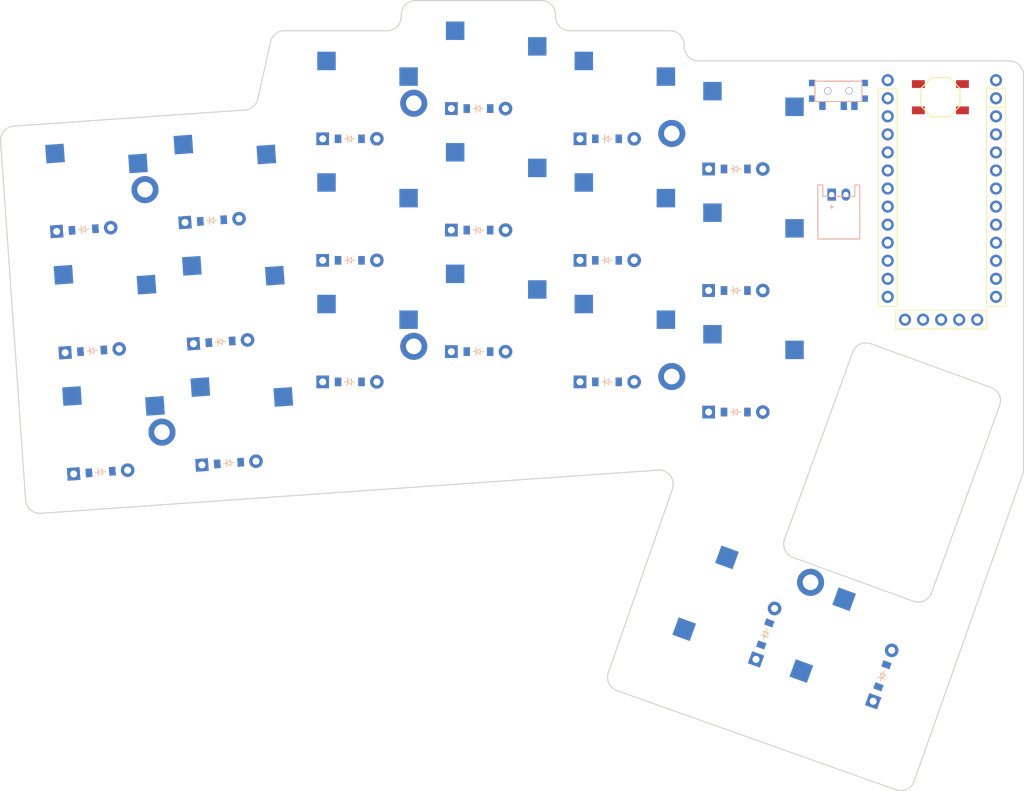
<source format=kicad_pcb>
(kicad_pcb (version 20240108) (generator "pcbnew") (generator_version "8.0")
  (title_block (title "board") (rev "v1.0.0") (company "Unknown"))
  (layers (0 "F.Cu" signal) (31 "B.Cu" signal) (34 "B.Paste" user) (35 "F.Paste" user) (36 "B.SilkS" user "B.Silkscreen") (37 "F.SilkS" user "F.Silkscreen") (38 "B.Mask" user) (39 "F.Mask" user) (44 "Edge.Cuts" user))
  (net 0 "")
  (net 1 "P106")
  (net 2 "outer_bottom")
  (net 3 "outer_home")
  (net 4 "outer_top")
  (net 5 "P104")
  (net 6 "pinky_bottom")
  (net 7 "pinky_home")
  (net 8 "pinky_top")
  (net 9 "P011")
  (net 10 "ring_bottom")
  (net 11 "ring_home")
  (net 12 "ring_top")
  (net 13 "P100")
  (net 14 "middle_bottom")
  (net 15 "middle_home")
  (net 16 "middle_top")
  (net 17 "P024")
  (net 18 "index_bottom")
  (net 19 "index_home")
  (net 20 "index_top")
  (net 21 "P022")
  (net 22 "inner_bottom")
  (net 23 "inner_home")
  (net 24 "inner_top")
  (net 25 "home_cluster")
  (net 26 "outer_cluster")
  (net 27 "P111")
  (net 28 "P010")
  (net 29 "P009")
  (net 30 "P113")
  (net 31 "P006")
  (net 32 "P008")
  (net 33 "P017")
  (net 34 "P020")
  (net 35 "P031")
  (net 36 "P029")
  (net 37 "P002")
  (net 38 "P115")
  (net 39 "BPOS")
  (net 40 "BNEG")
  (net 41 "RAW")
  (net 42 "GND")
  (net 43 "RST")
  (net 44 "VCC")
  (net 45 "BAT+")
  (footprint "E73:SPDT_C128955" (layer "F.Cu") (at 104.150303 -48.650338)
    (property "Reference" "T1" (hide yes))
    (property "Value" "" (hide yes))
    (pad "" smd rect (at -3.7 -1.1) (size 0.9 0.9) (layers "B.Cu" "B.Paste" "B.Mask"))
    (pad "" smd rect (at -3.7 1.1) (size 0.9 0.9) (layers "B.Cu" "B.Paste" "B.Mask"))
    (pad "" np_thru_hole circle (at -1.5 0) (size 1 1) (drill 0.9) (layers "*.Cu" "*.Mask"))
    (pad "" np_thru_hole circle (at 1.5 0) (size 1 1) (drill 0.9) (layers "*.Cu" "*.Mask"))
    (pad "" smd rect (at 3.7 -1.1) (size 0.9 0.9) (layers "B.Cu" "B.Paste" "B.Mask"))
    (pad "" smd rect (at 3.7 1.1) (size 0.9 0.9) (layers "B.Cu" "B.Paste" "B.Mask"))
    (pad "1" smd rect (at -2.25 2.075) (size 0.9 1.25) (layers "B.Cu" "B.Paste" "B.Mask") (net 45 "BAT+"))
    (pad "2" smd rect (at 0.75 2.075) (size 0.9 1.25) (layers "B.Cu" "B.Paste" "B.Mask") (net 41 "RAW"))
    (pad "3" smd rect (at 2.25 2.075) (size 0.9 1.25) (layers "B.Cu" "B.Paste" "B.Mask"))
  )
  (footprint "E73:SW_TACT_ALPS_SKQGABE010" (layer "F.Cu") (at 118.500303 -47.750338)
    (property "Reference" "B1" (hide yes))
    (property "Value" "" (hide yes))
    (pad "1" smd rect (at -3.1 -1.85) (size 1.8 1.1) (layers "F.Cu" "F.Paste" "F.Mask") (net 42 "GND"))
    (pad "1" smd rect (at 3.1 -1.85) (size 1.8 1.1) (layers "F.Cu" "F.Paste" "F.Mask") (net 42 "GND"))
    (pad "2" smd rect (at -3.1 1.85) (size 1.8 1.1) (layers "F.Cu" "F.Paste" "F.Mask") (net 43 "RST"))
    (pad "2" smd rect (at 3.1 1.85) (size 1.8 1.1) (layers "F.Cu" "F.Paste" "F.Mask") (net 43 "RST"))
  )
  (footprint "ComboDiode" (layer "F.Cu") (at 89.700303 -37.650338)
    (property "Reference" "D18" (hide yes))
    (property "Value" "" (hide yes))
    (pad "1" thru_hole rect (at -3.81 0) (size 1.778 1.778) (drill 0.9906) (layers "*.Cu" "*.Mask") (net 29 "P009"))
    (pad "1" smd rect (at -1.65 0) (size 0.9 1.2) (layers "F.Cu" "F.Paste" "F.Mask") (net 29 "P009"))
    (pad "1" smd rect (at -1.65 0) (size 0.9 1.2) (layers "B.Cu" "B.Paste" "B.Mask") (net 29 "P009"))
    (pad "2" smd rect (at 1.65 0) (size 0.9 1.2) (layers "F.Cu" "F.Paste" "F.Mask") (net 24 "inner_top"))
    (pad "2" smd rect (at 1.65 0) (size 0.9 1.2) (layers "B.Cu" "B.Paste" "B.Mask") (net 24 "inner_top"))
    (pad "2" thru_hole circle (at 3.81 0) (size 1.905 1.905) (drill 0.9906) (layers "*.Cu" "*.Mask") (net 24 "inner_top"))
  )
  (footprint "ComboDiode" (layer "F.Cu") (at 0.348782 4.98782 4)
    (property "Reference" "D1" (hide yes))
    (property "Value" "" (hide yes))
    (pad "1" thru_hole rect (at -3.81 0 4) (size 1.778 1.778) (drill 0.9906) (layers "*.Cu" "*.Mask") (net 27 "P111"))
    (pad "1" smd rect (at -1.65 0 4) (size 0.9 1.2) (layers "F.Cu" "F.Paste" "F.Mask") (net 27 "P111"))
    (pad "1" smd rect (at -1.65 0 4) (size 0.9 1.2) (layers "B.Cu" "B.Paste" "B.Mask") (net 27 "P111"))
    (pad "2" smd rect (at 1.65 0 4) (size 0.9 1.2) (layers "F.Cu" "F.Paste" "F.Mask") (net 2 "outer_bottom"))
    (pad "2" smd rect (at 1.65 0 4) (size 0.9 1.2) (layers "B.Cu" "B.Paste" "B.Mask") (net 2 "outer_bottom"))
    (pad "2" thru_hole circle (at 3.81 0 4) (size 1.905 1.905) (drill 0.9906) (layers "*.Cu" "*.Mask") (net 2 "outer_bottom"))
  )
  (footprint "PG1350" (layer "F.Cu") (at 89.700303 -42.650338)
    (property "Reference" "S18" (hide yes))
    (property "Value" "" (hide yes))
    (pad "" np_thru_hole circle (at -5.5 0) (size 1.7018 1.7018) (drill 1.7018) (layers "*.Cu" "*.Mask"))
    (pad "" np_thru_hole circle (at 0 -5.95) (size 3 3) (drill 3) (layers "*.Cu" "*.Mask"))
    (pad "" np_thru_hole circle (at 0 0) (size 3.429 3.429) (drill 3.429) (layers "*.Cu" "*.Mask"))
    (pad "" np_thru_hole circle (at 5 -3.75) (size 3 3) (drill 3) (layers "*.Cu" "*.Mask"))
    (pad "" np_thru_hole circle (at 5.5 0) (size 1.7018 1.7018) (drill 1.7018) (layers "*.Cu" "*.Mask"))
    (pad "1" smd rect (at -3.275 -5.95) (size 2.6 2.6) (layers "B.Cu" "B.Paste" "B.Mask") (net 21 "P022"))
    (pad "2" smd rect (at 8.275 -3.75) (size 2.6 2.6) (layers "B.Cu" "B.Paste" "B.Mask") (net 24 "inner_top"))
  )
  (footprint "PG1350" (layer "F.Cu") (at 53.500303 -34.050338)
    (property "Reference" "S11" (hide yes))
    (property "Value" "" (hide yes))
    (pad "" np_thru_hole circle (at -5.5 0) (size 1.7018 1.7018) (drill 1.7018) (layers "*.Cu" "*.Mask"))
    (pad "" np_thru_hole circle (at 0 -5.95) (size 3 3) (drill 3) (layers "*.Cu" "*.Mask"))
    (pad "" np_thru_hole circle (at 0 0) (size 3.429 3.429) (drill 3.429) (layers "*.Cu" "*.Mask"))
    (pad "" np_thru_hole circle (at 5 -3.75) (size 3 3) (drill 3) (layers "*.Cu" "*.Mask"))
    (pad "" np_thru_hole circle (at 5.5 0) (size 1.7018 1.7018) (drill 1.7018) (layers "*.Cu" "*.Mask"))
    (pad "1" smd rect (at -3.275 -5.95) (size 2.6 2.6) (layers "B.Cu" "B.Paste" "B.Mask") (net 13 "P100"))
    (pad "2" smd rect (at 8.275 -3.75) (size 2.6 2.6) (layers "B.Cu" "B.Paste" "B.Mask") (net 15 "middle_home"))
  )
  (footprint "PG1350" (layer "F.Cu") (at 71.600303 -29.800338)
    (property "Reference" "S14" (hide yes))
    (property "Value" "" (hide yes))
    (pad "" np_thru_hole circle (at -5.5 0) (size 1.7018 1.7018) (drill 1.7018) (layers "*.Cu" "*.Mask"))
    (pad "" np_thru_hole circle (at 0 -5.95) (size 3 3) (drill 3) (layers "*.Cu" "*.Mask"))
    (pad "" np_thru_hole circle (at 0 0) (size 3.429 3.429) (drill 3.429) (layers "*.Cu" "*.Mask"))
    (pad "" np_thru_hole circle (at 5 -3.75) (size 3 3) (drill 3) (layers "*.Cu" "*.Mask"))
    (pad "" np_thru_hole circle (at 5.5 0) (size 1.7018 1.7018) (drill 1.7018) (layers "*.Cu" "*.Mask"))
    (pad "1" smd rect (at -3.275 -5.95) (size 2.6 2.6) (layers "B.Cu" "B.Paste" "B.Mask") (net 17 "P024"))
    (pad "2" smd rect (at 8.275 -3.75) (size 2.6 2.6) (layers "B.Cu" "B.Paste" "B.Mask") (net 19 "index_home"))
  )
  (footprint "ceoloide:mounting_hole_plated" (layer "F.Cu") (at 44.400303 -46.900338)
    (property "Reference" "H3" (hide yes))
    (property "Value" "")
    (pad "" thru_hole circle (at 0 0) (size 3.8 3.8) (drill 2.2) (layers "*.Cu" "*.Mask"))
  )
  (footprint "ComboDiode" (layer "F.Cu") (at 71.600303 -7.700338)
    (property "Reference" "D13" (hide yes))
    (property "Value" "" (hide yes))
    (pad "1" thru_hole rect (at -3.81 0) (size 1.778 1.778) (drill 0.9906) (layers "*.Cu" "*.Mask") (net 27 "P111"))
    (pad "1" smd rect (at -1.65 0) (size 0.9 1.2) (layers "F.Cu" "F.Paste" "F.Mask") (net 27 "P111"))
    (pad "1" smd rect (at -1.65 0) (size 0.9 1.2) (layers "B.Cu" "B.Paste" "B.Mask") (net 27 "P111"))
    (pad "2" smd rect (at 1.65 0) (size 0.9 1.2) (layers "F.Cu" "F.Paste" "F.Mask") (net 18 "index_bottom"))
    (pad "2" smd rect (at 1.65 0) (size 0.9 1.2) (layers "B.Cu" "B.Paste" "B.Mask") (net 18 "index_bottom"))
    (pad "2" thru_hole circle (at 3.81 0) (size 1.905 1.905) (drill 0.9906) (layers "*.Cu" "*.Mask") (net 18 "index_bottom"))
  )
  (footprint "ComboDiode" (layer "F.Cu") (at 89.700303 -3.450338)
    (property "Reference" "D16" (hide yes))
    (property "Value" "" (hide yes))
    (pad "1" thru_hole rect (at -3.81 0) (size 1.778 1.778) (drill 0.9906) (layers "*.Cu" "*.Mask") (net 27 "P111"))
    (pad "1" smd rect (at -1.65 0) (size 0.9 1.2) (layers "F.Cu" "F.Paste" "F.Mask") (net 27 "P111"))
    (pad "1" smd rect (at -1.65 0) (size 0.9 1.2) (layers "B.Cu" "B.Paste" "B.Mask") (net 27 "P111"))
    (pad "2" smd rect (at 1.65 0) (size 0.9 1.2) (layers "F.Cu" "F.Paste" "F.Mask") (net 22 "inner_bottom"))
    (pad "2" smd rect (at 1.65 0) (size 0.9 1.2) (layers "B.Cu" "B.Paste" "B.Mask") (net 22 "inner_bottom"))
    (pad "2" thru_hole circle (at 3.81 0) (size 1.905 1.905) (drill 0.9906) (layers "*.Cu" "*.Mask") (net 22 "inner_bottom"))
  )
  (footprint "PG1350" (layer "F.Cu") (at 16.863074 -18.320938 4)
    (property "Reference" "S5" (hide yes))
    (property "Value" "" (hide yes))
    (pad "" np_thru_hole circle (at -5.5 0) (size 1.7018 1.7018) (drill 1.7018) (layers "*.Cu" "*.Mask"))
    (pad "" np_thru_hole circle (at 0 -5.95) (size 3 3) (drill 3) (layers "*.Cu" "*.Mask"))
    (pad "" np_thru_hole circle (at 0 0) (size 3.429 3.429) (drill 3.429) (layers "*.Cu" "*.Mask"))
    (pad "" np_thru_hole circle (at 5 -3.75) (size 3 3) (drill 3) (layers "*.Cu" "*.Mask"))
    (pad "" np_thru_hole circle (at 5.5 0) (size 1.7018 1.7018) (drill 1.7018) (layers "*.Cu" "*.Mask"))
    (pad "1" smd rect (at -3.275 -5.95 4) (size 2.6 2.6) (layers "B.Cu" "B.Paste" "B.Mask") (net 5 "P104"))
    (pad "2" smd rect (at 8.275 -3.75 4) (size 2.6 2.6) (layers "B.Cu" "B.Paste" "B.Mask") (net 7 "pinky_home"))
  )
  (footprint "ceoloide:mounting_hole_plated" (layer "F.Cu") (at 6.592405 -34.744499 4)
    (property "Reference" "H1" (hide yes))
    (property "Value" "")
    (pad "" thru_hole circle (at 0 0 4) (size 3.8 3.8) (drill 2.2) (layers "*.Cu" "*.Mask"))
  )
  (footprint "PG1350" (layer "F.Cu") (at 15.670238 -35.379283 4)
    (property "Reference" "S6" (hide yes))
    (property "Value" "" (hide yes))
    (pad "" np_thru_hole circle (at -5.5 0) (size 1.7018 1.7018) (drill 1.7018) (layers "*.Cu" "*.Mask"))
    (pad "" np_thru_hole circle (at 0 -5.95) (size 3 3) (drill 3) (layers "*.Cu" "*.Mask"))
    (pad "" np_thru_hole circle (at 0 0) (size 3.429 3.429) (drill 3.429) (layers "*.Cu" "*.Mask"))
    (pad "" np_thru_hole circle (at 5 -3.75) (size 3 3) (drill 3) (layers "*.Cu" "*.Mask"))
    (pad "" np_thru_hole circle (at 5.5 0) (size 1.7018 1.7018) (drill 1.7018) (layers "*.Cu" "*.Mask"))
    (pad "1" smd rect (at -3.275 -5.95 4) (size 2.6 2.6) (layers "B.Cu" "B.Paste" "B.Mask") (net 5 "P104"))
    (pad "2" smd rect (at 8.275 -3.75 4) (size 2.6 2.6) (layers "B.Cu" "B.Paste" "B.Mask") (net 8 "pinky_top"))
  )
  (footprint "ComboDiode" (layer "F.Cu") (at 53.500303 -46.150338)
    (property "Reference" "D12" (hide yes))
    (property "Value" "" (hide yes))
    (pad "1" thru_hole rect (at -3.81 0) (size 1.778 1.778) (drill 0.9906) (layers "*.Cu" "*.Mask") (net 29 "P009"))
    (pad "1" smd rect (at -1.65 0) (size 0.9 1.2) (layers "F.Cu" "F.Paste" "F.Mask") (net 29 "P009"))
    (pad "1" smd rect (at -1.65 0) (size 0.9 1.2) (layers "B.Cu" "B.Paste" "B.Mask") (net 29 "P009"))
    (pad "2" smd rect (at 1.65 0) (size 0.9 1.2) (layers "F.Cu" "F.Paste" "F.Mask") (net 16 "middle_top"))
    (pad "2" smd rect (at 1.65 0) (size 0.9 1.2) (layers "B.Cu" "B.Paste" "B.Mask") (net 16 "middle_top"))
    (pad "2" thru_hole circle (at 3.81 0) (size 1.905 1.905) (drill 0.9906) (layers "*.Cu" "*.Mask") (net 16 "middle_top"))
  )
  (footprint "ComboDiode" (layer "F.Cu") (at 18.404692 3.725228 4)
    (property "Reference" "D4" (hide yes))
    (property "Value" "" (hide yes))
    (pad "1" thru_hole rect (at -3.81 0 4) (size 1.778 1.778) (drill 0.9906) (layers "*.Cu" "*.Mask") (net 27 "P111"))
    (pad "1" smd rect (at -1.65 0 4) (size 0.9 1.2) (layers "F.Cu" "F.Paste" "F.Mask") (net 27 "P111"))
    (pad "1" smd rect (at -1.65 0 4) (size 0.9 1.2) (layers "B.Cu" "B.Paste" "B.Mask") (net 27 "P111"))
    (pad "2" smd rect (at 1.65 0 4) (size 0.9 1.2) (layers "F.Cu" "F.Paste" "F.Mask") (net 6 "pinky_bottom"))
    (pad "2" smd rect (at 1.65 0 4) (size 0.9 1.2) (layers "B.Cu" "B.Paste" "B.Mask") (net 6 "pinky_bottom"))
    (pad "2" thru_hole circle (at 3.81 0 4) (size 1.905 1.905) (drill 0.9906) (layers "*.Cu" "*.Mask") (net 6 "pinky_bottom"))
  )
  (footprint "ComboDiode" (layer "F.Cu") (at 35.400303 -7.700338)
    (property "Reference" "D7" (hide yes))
    (property "Value" "" (hide yes))
    (pad "1" thru_hole rect (at -3.81 0) (size 1.778 1.778) (drill 0.9906) (layers "*.Cu" "*.Mask") (net 27 "P111"))
    (pad "1" smd rect (at -1.65 0) (size 0.9 1.2) (layers "F.Cu" "F.Paste" "F.Mask") (net 27 "P111"))
    (pad "1" smd rect (at -1.65 0) (size 0.9 1.2) (layers "B.Cu" "B.Paste" "B.Mask") (net 27 "P111"))
    (pad "2" smd rect (at 1.65 0) (size 0.9 1.2) (layers "F.Cu" "F.Paste" "F.Mask") (net 10 "ring_bottom"))
    (pad "2" smd rect (at 1.65 0) (size 0.9 1.2) (layers "B.Cu" "B.Paste" "B.Mask") (net 10 "ring_bottom"))
    (pad "2" thru_hole circle (at 3.81 0) (size 1.905 1.905) (drill 0.9906) (layers "*.Cu" "*.Mask") (net 10 "ring_bottom"))
  )
  (footprint "ceoloide:mounting_hole_plated" (layer "F.Cu") (at 80.700303 -8.450338)
    (property "Reference" "H6" (hide yes))
    (property "Value" "")
    (pad "" thru_hole circle (at 0 0) (size 3.8 3.8) (drill 2.2) (layers "*.Cu" "*.Mask"))
  )
  (footprint "PG1350" (layer "F.Cu") (at 105.640853 31.945126 70)
    (property "Reference" "S20" (hide yes))
    (property "Value" "" (hide yes))
    (pad "" np_thru_hole circle (at -5.5 0) (size 1.7018 1.7018) (drill 1.7018) (layers "*.Cu" "*.Mask"))
    (pad "" np_thru_hole circle (at 0 -5.95) (size 3 3) (drill 3) (layers "*.Cu" "*.Mask"))
    (pad "" np_thru_hole circle (at 0 0) (size 3.429 3.429) (drill 3.429) (layers "*.Cu" "*.Mask"))
    (pad "" np_thru_hole circle (at 5 -3.75) (size 3 3) (drill 3) (layers "*.Cu" "*.Mask"))
    (pad "" np_thru_hole circle (at 5.5 0) (size 1.7018 1.7018) (drill 1.7018) (layers "*.Cu" "*.Mask"))
    (pad "1" smd rect (at -3.275 -5.95 70) (size 2.6 2.6) (layers "B.Cu" "B.Paste" "B.Mask") (net 1 "P106"))
    (pad "2" smd rect (at 8.275 -3.75 70) (size 2.6 2.6) (layers "B.Cu" "B.Paste" "B.Mask") (net 26 "outer_cluster"))
  )
  (footprint "JST_PH_S2B-PH-K_02x2.00mm_Angled" (layer "F.Cu") (at 104.200303 -34.050338)
    (property "Reference" "JST1" (hide yes))
    (property "Value" "" (hide yes))
    (pad "1" thru_hole rect (at -1 0) (size 1.2 1.7) (drill 0.75) (layers "*.Cu" "*.Mask") (net 45 "BAT+"))
    (pad "2" thru_hole oval (at 1 0) (size 1.2 1.7) (drill 0.75) (layers "*.Cu" "*.Mask") (net 42 "GND"))
  )
  (footprint "ComboDiode" (layer "F.Cu") (at 35.400303 -24.800338)
    (property "Reference" "D8" (hide yes))
    (property "Value" "" (hide yes))
    (pad "1" thru_hole rect (at -3.81 0) (size 1.778 1.778) (drill 0.9906) (layers "*.Cu" "*.Mask") (net 28 "P010"))
    (pad "1" smd rect (at -1.65 0) (size 0.9 1.2) (layers "F.Cu" "F.Paste" "F.Mask") (net 28 "P010"))
    (pad "1" smd rect (at -1.65 0) (size 0.9 1.2) (layers "B.Cu" "B.Paste" "B.Mask") (net 28 "P010"))
    (pad "2" smd rect (at 1.65 0) (size 0.9 1.2) (layers "F.Cu" "F.Paste" "F.Mask") (net 11 "ring_home"))
    (pad "2" smd rect (at 1.65 0) (size 0.9 1.2) (layers "B.Cu" "B.Paste" "B.Mask") (net 11 "ring_home"))
    (pad "2" thru_hole circle (at 3.81 0) (size 1.905 1.905) (drill 0.9906) (layers "*.Cu" "*.Mask") (net 11 "ring_home"))
  )
  (footprint "PG1350" (layer "F.Cu") (at 35.400303 -46.900338)
    (property "Reference" "S9" (hide yes))
    (property "Value" "" (hide yes))
    (pad "" np_thru_hole circle (at -5.5 0) (size 1.7018 1.7018) (drill 1.7018) (layers "*.Cu" "*.Mask"))
    (pad "" np_thru_hole circle (at 0 -5.95) (size 3 3) (drill 3) (layers "*.Cu" "*.Mask"))
    (pad "" np_thru_hole circle (at 0 0) (size 3.429 3.429) (drill 3.429) (layers "*.Cu" "*.Mask"))
    (pad "" np_thru_hole circle (at 5 -3.75) (size 3 3) (drill 3) (layers "*.Cu" "*.Mask"))
    (pad "" np_thru_hole circle (at 5.5 0) (size 1.7018 1.7018) (drill 1.7018) (layers "*.Cu" "*.Mask"))
    (pad "1" smd rect (at -3.275 -5.95) (size 2.6 2.6) (layers "B.Cu" "B.Paste" "B.Mask") (net 9 "P011"))
    (pad "2" smd rect (at 8.275 -3.75) (size 2.6 2.6) (layers "B.Cu" "B.Paste" "B.Mask") (net 12 "ring_top"))
  )
  (footprint "PG1350" (layer "F.Cu") (at 89.700303 -8.450338)
    (property "Reference" "S16" (hide yes))
    (property "Value" "" (hide yes))
    (pad "" np_thru_hole circle (at -5.5 0) (size 1.7018 1.7018) (drill 1.7018) (layers "*.Cu" "*.Mask"))
    (pad "" np_thru_hole circle (at 0 -5.95) (size 3 3) (drill 3) (layers "*.Cu" "*.Mask"))
    (pad "" np_thru_hole circle (at 0 0) (size 3.429 3.429) (drill 3.429) (layers "*.Cu" "*.Mask"))
    (pad "" np_thru_hole circle (at 5 -3.75) (size 3 3) (drill 3) (layers "*.Cu" "*.Mask"))
    (pad "" np_thru_hole circle (at 5.5 0) (size 1.7018 1.7018) (drill 1.7018) (layers "*.Cu" "*.Mask"))
    (pad "1" smd rect (at -3.275 -5.95) (size 2.6 2.6) (layers "B.Cu" "B.Paste" "B.Mask") (net 21 "P022"))
    (pad "2" smd rect (at 8.275 -3.75) (size 2.6 2.6) (layers "B.Cu" "B.Paste" "B.Mask") (net 22 "inner_bottom"))
  )
  (footprint "PG1350" (layer "F.Cu") (at -1.192836 -17.058345 4)
    (property "Reference" "S2" (hide yes))
    (property "Value" "" (hide yes))
    (pad "" np_thru_hole circle (at -5.5 0) (size 1.7018 1.7018) (drill 1.7018) (layers "*.Cu" "*.Mask"))
    (pad "" np_thru_hole circle (at 0 -5.95) (size 3 3) (drill 3) (layers "*.Cu" "*.Mask"))
    (pad "" np_thru_hole circle (at 0 0) (size 3.429 3.429) (drill 3.429) (layers "*.Cu" "*.Mask"))
    (pad "" np_thru_hole circle (at 5 -3.75) (size 3 3) (drill 3) (layers "*.Cu" "*.Mask"))
    (pad "" np_thru_hole circle (at 5.5 0) (size 1.7018 1.7018) (drill 1.7018) (layers "*.Cu" "*.Mask"))
    (pad "1" smd rect (at -3.275 -5.95 4) (size 2.6 2.6) (layers "B.Cu" "B.Paste" "B.Mask") (net 1 "P106"))
    (pad "2" smd rect (at 8.275 -3.75 4) (size 2.6 2.6) (layers "B.Cu" "B.Paste" "B.Mask") (net 3 "outer_home"))
  )
  (footprint "PG1350" (layer "F.Cu") (at 53.500303 -51.150338)
    (property "Reference" "S12" (hide yes))
    (property "Value" "" (hide yes))
    (pad "" np_thru_hole circle (at -5.5 0) (size 1.7018 1.7018) (drill 1.7018) (layers "*.Cu" "*.Mask"))
    (pad "" np_thru_hole circle (at 0 -5.95) (size 3 3) (drill 3) (layers "*.Cu" "*.Mask"))
    (pad "" np_thru_hole circle (at 0 0) (size 3.429 3.429) (drill 3.429) (layers "*.Cu" "*.Mask"))
    (pad "" np_thru_hole circle (at 5 -3.75) (size 3 3) (drill 3) (layers "*.Cu" "*.Mask"))
    (pad "" np_thru_hole circle (at 5.5 0) (size 1.7018 1.7018) (drill 1.7018) (layers "*.Cu" "*.Mask"))
    (pad "1" smd rect (at -3.275 -5.95) (size 2.6 2.6) (layers "B.Cu" "B.Paste" "B.Mask") (net 13 "P100"))
    (pad "2" smd rect (at 8.275 -3.75) (size 2.6 2.6) (layers "B.Cu" "B.Paste" "B.Mask") (net 16 "middle_top"))
  )
  (footprint "ComboDiode" (layer "F.Cu") (at -0.844053 -12.070525 4)
    (property "Reference" "D2" (hide yes))
    (property "Value" "" (hide yes))
    (pad "1" thru_hole rect (at -3.81 0 4) (size 1.778 1.778) (drill 0.9906) (layers "*.Cu" "*.Mask") (net 28 "P010"))
    (pad "1" smd rect (at -1.65 0 4) (size 0.9 1.2) (layers "F.Cu" "F.Paste" "F.Mask") (net 28 "P010"))
    (pad "1" smd rect (at -1.65 0 4) (size 0.9 1.2) (layers "B.Cu" "B.Paste" "B.Mask") (net 28 "P010"))
    (pad "2" smd rect (at 1.65 0 4) (size 0.9 1.2) (layers "F.Cu" "F.Paste" "F.Mask") (net 3 "outer_home"))
    (pad "2" smd rect (at 1.65 0 4) (size 0.9 1.2) (layers "B.Cu" "B.Paste" "B.Mask") (net 3 "outer_home"))
    (pad "2" thru_hole circle (at 3.81 0 4) (size 1.905 1.905) (drill 0.9906) (layers "*.Cu" "*.Mask") (net 3 "outer_home"))
  )
  (footprint "nice_nano" (layer "F.Cu") (at 118.700303 -34.900338)
    (property "Reference" "" (at 0 0 0) (layer "F.SilkS") (effects (font (size 1.27 1.27))))
    (property "Value" "")
    (pad "0" thru_hole oval (at -7.62 -15.24) (size 1.7 1.7) (drill 1) (layers "*.Cu" "*.Mask") (net 40 "BNEG"))
    (pad "1" thru_hole oval (at -7.62 -12.7) (size 1.7 1.7) (drill 1) (layers "*.Cu" "*.Mask") (net 31 "P006"))
    (pad "2" thru_hole oval (at -7.62 -10.16) (size 1.7 1.7) (drill 1) (layers "*.Cu" "*.Mask") (net 32 "P008"))
    (pad "3" thru_hole oval (at -7.62 -7.62) (size 1.7 1.7) (drill 1) (layers "*.Cu" "*.Mask") (net 42 "GND"))
    (pad "4" thru_hole oval (at -7.62 -5.08) (size 1.7 1.7) (drill 1) (layers "*.Cu" "*.Mask") (net 42 "GND"))
    (pad "5" thru_hole oval (at -7.62 -2.54) (size 1.7 1.7) (drill 1) (layers "*.Cu" "*.Mask") (net 33 "P017"))
    (pad "6" thru_hole oval (at -7.62 0) (size 1.7 1.7) (drill 1) (layers "*.Cu" "*.Mask") (net 34 "P020"))
    (pad "7" thru_hole oval (at -7.62 2.54) (size 1.7 1.7) (drill 1) (layers "*.Cu" "*.Mask") (net 21 "P022"))
    (pad "8" thru_hole oval (at -7.62 5.08) (size 1.7 1.7) (drill 1) (layers "*.Cu" "*.Mask") (net 17 "P024"))
    (pad "9" thru_hole oval (at -7.62 7.62) (size 1.7 1.7) (drill 1) (layers "*.Cu" "*.Mask") (net 13 "P100"))
    (pad "10" thru_hole oval (at -7.62 10.16) (size 1.7 1.7) (drill 1) (layers "*.Cu" "*.Mask") (net 9 "P011"))
    (pad "11" thru_hole oval (at -7.62 12.7) (size 1.7 1.7) (drill 1) (layers "*.Cu" "*.Mask") (net 5 "P104"))
    (pad "12" thru_hole oval (at -7.62 15.24) (size 1.7 1.7) (drill 1) (layers "*.Cu" "*.Mask") (net 1 "P106"))
    (pad "13" thru_hole oval (at 7.62 15.24 180) (size 1.7 1.7) (drill 1) (layers "*.Cu" "*.Mask") (net 29 "P009"))
    (pad "14" thru_hole oval (at 7.62 12.7 180) (size 1.7 1.7) (drill 1) (layers "*.Cu" "*.Mask") (net 28 "P010"))
    (pad "15" thru_hole oval (at 7.62 10.16 180) (size 1.7 1.7) (drill 1) (layers "*.Cu" "*.Mask") (net 27 "P111"))
    (pad "16" thru_hole oval (at 7.62 7.62 180) (size 1.7 1.7) (drill 1) (layers "*.Cu" "*.Mask") (net 30 "P113"))
    (pad "17" thru_hole oval (at 7.62 5.08 180) (size 1.7 1.7) (drill 1) (layers "*.Cu" "*.Mask") (net 38 "P115"))
    (pad "18" thru_hole oval (at 7.62 2.54 180) (size 1.7 1.7) (drill 1) (layers "*.Cu" "*.Mask") (net 37 "P002"))
    (pad "19" thru_hole oval (at 7.62 0 180) (size 1.7 1.7) (drill 1) (layers "*.Cu" "*.Mask") (net 36 "P029"))
    (pad "20" thru_hole oval (at 7.62 -2.54 180) (size 1.7 1.7) (drill 1) (layers "*.Cu" "*.Mask") (net 35 "P031"))
    (pad "21" thru_hole oval (at 7.62 -5.08 180) (size 1.7 1.7) (drill 1) (layers "*.Cu" "*.Mask") (net 44 "VCC"))
    (pad "22" thru_hole oval (at 7.62 -7.62 180) (size 1.7 1.7) (drill 1) (layers "*.Cu" "*.Mask") (net 43 "RST"))
    (pad "23" thru_hole oval (at 7.62 -10.16 180) (size 1.7 1.7) (drill 1) (layers "*.Cu" "*.Mask") (net 42 "GND"))
    (pad "24" thru_hole oval (at 7.62 -12.7 180) (size 1.7 1.7) (drill 1) (layers "*.Cu" "*.Mask") (net 41 "RAW"))
    (pad "25" thru_hole oval (at 7.62 -15.24 180) (size 1.7 1.7) (drill 1) (layers "*.Cu" "*.Mask") (net 39 "BPOS"))
  )
  (footprint "ComboDiode" (layer "F.Cu") (at 89.700303 -20.550338)
    (property "Reference" "D17" (hide yes))
    (property "Value" "" (hide yes))
    (pad "1" thru_hole rect (at -3.81 0) (size 1.778 1.778) (drill 0.9906) (layers "*.Cu" "*.Mask") (net 28 "P010"))
    (pad "1" smd rect (at -1.65 0) (size 0.9 1.2) (layers "F.Cu" "F.Paste" "F.Mask") (net 28 "P010"))
    (pad "1" smd rect (at -1.65 0) (size 0.9 1.2) (layers "B.Cu" "B.Paste" "B.Mask") (net 28 "P010"))
    (pad "2" smd rect (at 1.65 0) (size 0.9 1.2) (layers "F.Cu" "F.Paste" "F.Mask") (net 23 "inner_home"))
    (pad "2" smd rect (at 1.65 0) (size 0.9 1.2) (layers "B.Cu" "B.Paste" "B.Mask") (net 23 "inner_home"))
    (pad "2" thru_hole circle (at 3.81 0) (size 1.905 1.905) (drill 0.9906) (layers "*.Cu" "*.Mask") (net 23 "inner_home"))
  )
  (footprint "PG1350" (layer "F.Cu") (at 18.055909 -1.262592 4)
    (property "Reference" "S4" (hide yes))
    (property "Value" "" (hide yes))
    (pad "" np_thru_hole circle (at -5.5 0) (size 1.7018 1.7018) (drill 1.7018) (layers "*.Cu" "*.Mask"))
    (pad "" np_thru_hole circle (at 0 -5.95) (size 3 3) (drill 3) (layers "*.Cu" "*.Mask"))
    (pad "" np_thru_hole circle (at 0 0) (size 3.429 3.429) (drill 3.429) (layers "*.Cu" "*.Mask"))
    (pad "" np_thru_hole circle (at 5 -3.75) (size 3 3) (drill 3) (layers "*.Cu" "*.Mask"))
    (pad "" np_thru_hole circle (at 5.5 0) (size 1.7018 1.7018) (drill 1.7018) (layers "*.Cu" "*.Mask"))
    (pad "1" smd rect (at -3.275 -5.95 4) (size 2.6 2.6) (layers "B.Cu" "B.Paste" "B.Mask") (net 5 "P104"))
    (pad "2" smd rect (at 8.275 -3.75 4) (size 2.6 2.6) (layers "B.Cu" "B.Paste" "B.Mask") (net 6 "pinky_bottom"))
  )
  (footprint "ComboDiode" (layer "F.Cu") (at 35.400303 -41.900338)
    (property "Reference" "D9" (hide yes))
    (property "Value" "" (hide yes))
    (pad "1" thru_hole rect (at -3.81 0) (size 1.778 1.778) (drill 0.9906) (layers "*.Cu" "*.Mask") (net 29 "P009"))
    (pad "1" smd rect (at -1.65 0) (size 0.9 1.2) (layers "F.Cu" "F.Paste" "F.Mask") (net 29 "P009"))
    (pad "1" smd rect (at -1.65 0) (size 0.9 1.2) (layers "B.Cu" "B.Paste" "B.Mask") (net 29 "P009"))
    (pad "2" smd rect (at 1.65 0) (size 0.9 1.2) (layers "F.Cu" "F.Paste" "F.Mask") (net 12 "ring_top"))
    (pad "2" smd rect (at 1.65 0) (size 0.9 1.2) (layers "B.Cu" "B.Paste" "B.Mask") (net 12 "ring_top"))
    (pad "2" thru_hole circle (at 3.81 0) (size 1.905 1.905) (drill 0.9906) (layers "*.Cu" "*.Mask") (net 12 "ring_top"))
  )
  (footprint "ComboDiode" (layer "F.Cu") (at 71.600303 -24.800338)
    (property "Reference" "D14" (hide yes))
    (property "Value" "" (hide yes))
    (pad "1" thru_hole rect (at -3.81 0) (size 1.778 1.778) (drill 0.9906) (layers "*.Cu" "*.Mask") (net 28 "P010"))
    (pad "1" smd rect (at -1.65 0) (size 0.9 1.2) (layers "F.Cu" "F.Paste" "F.Mask") (net 28 "P010"))
    (pad "1" smd rect (at -1.65 0) (size 0.9 1.2) (layers "B.Cu" "B.Paste" "B.Mask") (net 28 "P010"))
    (pad "2" smd rect (at 1.65 0) (size 0.9 1.2) (layers "F.Cu" "F.Paste" "F.Mask") (net 19 "index_home"))
    (pad "2" smd rect (at 1.65 0) (size 0.9 1.2) (layers "B.Cu" "B.Paste" "B.Mask") (net 19 "index_home"))
    (pad "2" thru_hole circle (at 3.81 0) (size 1.905 1.905) (drill 0.9906) (layers "*.Cu" "*.Mask") (net 19 "index_home"))
  )
  (footprint "ceoloide:mounting_hole_plated" (layer "F.Cu") (at 8.978077 -0.627808 4)
    (property "Reference" "H2" (hide yes))
    (property "Value" "")
    (pad "" thru_hole circle (at 0 0 4) (size 3.8 3.8) (drill 2.2) (layers "*.Cu" "*.Mask"))
  )
  (footprint "PG1350" (layer "F.Cu") (at 89.16203 26.053742 70)
    (property "Reference" "S19" (hide yes))
    (property "Value" "" (hide yes))
    (pad "" np_thru_hole circle (at -5.5 0) (size 1.7018 1.7018) (drill 1.7018) (layers "*.Cu" "*.Mask"))
    (pad "" np_thru_hole circle (at 0 -5.95) (size 3 3) (drill 3) (layers "*.Cu" "*.Mask"))
    (pad "" np_thru_hole circle (at 0 0) (size 3.429 3.429) (drill 3.429) (layers "*.Cu" "*.Mask"))
    (pad "" np_thru_hole circle (at 5 -3.75) (size 3 3) (drill 3) (layers "*.Cu" "*.Mask"))
    (pad "" np_thru_hole circle (at 5.5 0) (size 1.7018 1.7018) (drill 1.7018) (layers "*.Cu" "*.Mask"))
    (pad "1" smd rect (at -3.275 -5.95 70) (size 2.6 2.6) (layers "B.Cu" "B.Paste" "B.Mask") (net 5 "P104"))
    (pad "2" smd rect (at 8.275 -3.75 70) (size 2.6 2.6) (layers "B.Cu" "B.Paste" "B.Mask") (net 25 "home_cluster"))
  )
  (footprint "ceoloide:display_nice_view" (layer "F.Cu") (at 118.600303 -33.150338)
    (property "Reference" "DISP1" (hide yes))
    (property "Value" "")
    (pad "1" thru_hole oval (at -5.08 16.7 270) (size 1.7 1.7) (drill 1) (layers "*.Cu" "*.Mask") (net 33 "P017"))
    (pad "2" thru_hole oval (at -2.54 16.7 270) (size 1.7 1.7) (drill 1) (layers "*.Cu" "*.Mask") (net 42 "GND"))
    (pad "3" thru_hole oval (at 0 16.7 270) (size 1.7 1.7) (drill 1) (layers "*.Cu" "*.Mask") (net 44 "VCC"))
    (pad "4" thru_hole oval (at 2.54 16.7 270) (size 1.7 1.7) (drill 1) (layers "*.Cu" "*.Mask") (net 35 "P031"))
    (pad "5" thru_hole circle (at 5.08 16.7 270) (size 1.7 1.7) (drill 1) (layers "*.Cu" "*.Mask") (net 36 "P029"))
  )
  (footprint "PG1350" (layer "F.Cu") (at 89.700303 -25.550338)
    (property "Reference" "S17" (hide yes))
    (property "Value" "" (hide yes))
    (pad "" np_thru_hole circle (at -5.5 0) (size 1.7018 1.7018) (drill 1.7018) (layers "*.Cu" "*.Mask"))
    (pad "" np_thru_hole circle (at 0 -5.95) (size 3 3) (drill 3) (layers "*.Cu" "*.Mask"))
    (pad "" np_thru_hole circle (at 0 0) (size 3.429 3.429) (drill 3.429) (layers "*.Cu" "*.Mask"))
    (pad "" np_thru_hole circle (at 5 -3.75) (size 3 3) (drill 3) (layers "*.Cu" "*.Mask"))
    (pad "" np_thru_hole circle (at 5.5 0) (size 1.7018 1.7018) (drill 1.7018) (layers "*.Cu" "*.Mask"))
    (pad "1" smd rect (at -3.275 -5.95) (size 2.6 2.6) (layers "B.Cu" "B.Paste" "B.Mask") (net 21 "P022"))
    (pad "2" smd rect (at 8.275 -3.75) (size 2.6 2.6) (layers "B.Cu" "B.Paste" "B.Mask") (net 23 "inner_home"))
  )
  (footprint "ComboDiode" (layer "F.Cu") (at 17.211856 -13.333117 4)
    (property "Reference" "D5" (hide yes))
    (property "Value" "" (hide yes))
    (pad "1" thru_hole rect (at -3.81 0 4) (size 1.778 1.778) (drill 0.9906) (layers "*.Cu" "*.Mask") (net 28 "P010"))
    (pad "1" smd rect (at -1.65 0 4) (size 0.9 1.2) (layers "F.Cu" "F.Paste" "F.Mask") (net 28 "P010"))
    (pad "1" smd rect (at -1.65 0 4) (size 0.9 1.2) (layers "B.Cu" "B.Paste" "B.Mask") (net 28 "P010"))
    (pad "2" smd rect (at 1.65 0 4) (size 0.9 1.2) (layers "F.Cu" "F.Paste" "F.Mask") (net 7 "pinky_home"))
    (pad "2" smd rect (at 1.65 0 4) (size 0.9 1.2) (layers "B.Cu" "B.Paste" "B.Mask") (net 7 "pinky_home"))
    (pad "2" thru_hole circle (at 3.81 0 4) (size 1.905 1.905) (drill 0.9906) (layers "*.Cu" "*.Mask") (net 7 "pinky_home"))
  )
  (footprint "ceoloide:mounting_hole_plated" (layer "F.Cu") (at 44.400303 -12.700338)
    (property "Reference" "H4" (hide yes))
    (property "Value" "")
    (pad "" thru_hole circle (at 0 0) (size 3.8 3.8) (drill 2.2) (layers "*.Cu" "*.Mask"))
  )
  (footprint "ComboDiode" (layer "F.Cu") (at 53.500303 -11.950338)
    (property "Reference" "D10" (hide yes))
    (property "Value" "" (hide yes))
    (pad "1" thru_hole rect (at -3.81 0) (size 1.778 1.778) (drill 0.9906) (layers "*.Cu" "*.Mask") (net 27 "P111"))
    (pad "1" smd rect (at -1.65 0) (size 0.9 1.2) (layers "F.Cu" "F.Paste" "F.Mask") (net 27 "P111"))
    (pad "1" smd rect (at -1.65 0) (size 0.9 1.2) (layers "B.Cu" "B.Paste" "B.Mask") (net 27 "P111"))
    (pad "2" smd rect (at 1.65 0) (size 0.9 1.2) (layers "F.Cu" "F.Paste" "F.Mask") (net 14 "middle_bottom"))
    (pad "2" smd rect (at 1.65 0) (size 0.9 1.2) (layers "B.Cu" "B.Paste" "B.Mask") (net 14 "middle_bottom"))
    (pad "2" thru_hole circle (at 3.81 0) (size 1.905 1.905) (drill 0.9906) (layers "*.Cu" "*.Mask") (net 14 "middle_bottom"))
  )
  (footprint "ComboDiode" (layer "F.Cu") (at 110.339316 33.655226 70)
    (property "Reference" "D20" (hide yes))
    (property "Value" "" (hide yes))
    (pad "1" thru_hole rect (at -3.81 0 70) (size 1.778 1.778) (drill 0.9906) (layers "*.Cu" "*.Mask") (net 30 "P113"))
    (pad "1" smd rect (at -1.65 0 70) (size 0.9 1.2) (layers "F.Cu" "F.Paste" "F.Mask") (net 30 "P113"))
    (pad "1" smd rect (at -1.65 0 70) (size 0.9 1.2) (layers "B.Cu" "B.Paste" "B.Mask") (net 30 "P113"))
    (pad "2" smd rect (at 1.65 0 70) (size 0.9 1.2) (layers "F.Cu" "F.Paste" "F.Mask") (net 26 "outer_cluster"))
    (pad "2" smd rect (at 1.65 0 70) (size 0.9 1.2) (layers "B.Cu" "B.Paste" "B.Mask") (net 26 "outer_cluster"))
    (pad "2" thru_hole circle (at 3.81 0 70) (size 1.905 1.905) (drill 0.9906) (layers "*.Cu" "*.Mask") (net 26 "outer_cluster"))
  )
  (footprint "ceoloide:mounting_hole_plated" (layer "F.Cu") (at 80.700303 -42.650338)
    (property "Reference" "H5" (hide yes))
    (property "Value" "")
    (pad "" thru_hole circle (at 0 0) (size 3.8 3.8) (drill 2.2) (layers "*.Cu" "*.Mask"))
  )
  (footprint "PG1350" (layer "F.Cu") (at 71.600303 -12.700338)
    (property "Reference" "S13" (hide yes))
    (property "Value" "" (hide yes))
    (pad "" np_thru_hole circle (at -5.5 0) (size 1.7018 1.7018) (drill 1.7018) (layers "*.Cu" "*.Mask"))
    (pad "" np_thru_hole circle (at 0 -5.95) (size 3 3) (drill 3) (layers "*.Cu" "*.Mask"))
    (pad "" np_thru_hole circle (at 0 0) (size 3.429 3.429) (drill 3.429) (layers "*.Cu" "*.Mask"))
    (pad "" np_thru_hole circle (at 5 -3.75) (size 3 3) (drill 3) (layers "*.Cu" "*.Mask"))
    (pad "" np_thru_hole circle (at 5.5 0) (size 1.7018 1.7018) (drill 1.7018) (layers "*.Cu" "*.Mask"))
    (pad "1" smd rect (at -3.275 -5.95) (size 2.6 2.6) (layers "B.Cu" "B.Paste" "B.Mask") (net 17 "P024"))
    (pad "2" smd rect (at 8.275 -3.75) (size 2.6 2.6) (layers "B.Cu" "B.Paste" "B.Mask") (net 18 "index_bottom"))
  )
  (footprint "ComboDiode" (layer "F.Cu") (at -2.036889 -29.12887 4)
    (property "Reference" "D3" (hide yes))
    (property "Value" "" (hide yes))
    (pad "1" thru_hole rect (at -3.81 0 4) (size 1.778 1.778) (drill 0.9906) (layers "*.Cu" "*.Mask") (net 29 "P009"))
    (pad "1" smd rect (at -1.65 0 4) (size 0.9 1.2) (layers "F.Cu" "F.Paste" "F.Mask") (net 29 "P009"))
    (pad "1" smd rect (at -1.65 0 4) (size 0.9 1.2) (layers "B.Cu" "B.Paste" "B.Mask") (net 29 "P009"))
    (pad "2" smd rect (at 1.65 0 4) (size 0.9 1.2) (layers "F.Cu" "F.Paste" "F.Mask") (net 4 "outer_top"))
    (pad "2" smd rect (at 1.65 0 4) (size 0.9 1.2) (layers "B.Cu" "B.Paste" "B.Mask") (net 4 "outer_top"))
    (pad "2" thru_hole circle (at 3.81 0 4) (size 1.905 1.905) (drill 0.9906) (layers "*.Cu" "*.Mask") (net 4 "outer_top"))
  )
  (footprint "PG1350" (layer "F.Cu") (at 35.400303 -12.700338)
    (property "Reference" "S7" (hide yes))
    (property "Value" "" (hide yes))
    (pad "" np_thru_hole circle (at -5.5 0) (size 1.7018 1.7018) (drill 1.7018) (layers "*.Cu" "*.Mask"))
    (pad "" np_thru_hole circle (at 0 -5.95) (size 3 3) (drill 3) (layers "*.Cu" "*.Mask"))
    (pad "" np_thru_hole circle (at 0 0) (size 3.429 3.429) (drill 3.429) (layers "*.Cu" "*.Mask"))
    (pad "" np_thru_hole circle (at 5 -3.75) (size 3 3) (drill 3) (layers "*.Cu" "*.Mask"))
    (pad "" np_thru_hole circle (at 5.5 0) (size 1.7018 1.7018) (drill 1.7018) (layers "*.Cu" "*.Mask"))
    (pad "1" smd rect (at -3.275 -5.95) (size 2.6 2.6) (layers "B.Cu" "B.Paste" "B.Mask") (net 9 "P011"))
    (pad "2" smd rect (at 8.275 -3.75) (size 2.6 2.6) (layers "B.Cu" "B.Paste" "B.Mask") (net 10 "ring_bottom"))
  )
  (footprint "ComboDiode" (layer "F.Cu") (at 16.01902 -30.391463 4)
    (property "Reference" "D6" (hide yes))
    (property "Value" "" (hide yes))
    (pad "1" thru_hole rect (at -3.81 0 4) (size 1.778 1.778) (drill 0.9906) (layers "*.Cu" "*.Mask") (net 29 "P009"))
    (pad "1" smd rect (at -1.65 0 4) (size 0.9 1.2) (layers "F.Cu" "F.Paste" "F.Mask") (net 29 "P009"))
    (pad "1" smd rect (at -1.65 0 4) (size 0.9 1.2) (layers "B.Cu" "B.Paste" "B.Mask") (net 29 "P009"))
    (pad "2" smd rect (at 1.65 0 4) (size 0.9 1.2) (layers "F.Cu" "F.Paste" "F.Mask") (net 8 "pinky_top"))
    (pad "2" smd rect (at 1.65 0 4) (size 0.9 1.2) (layers "B.Cu" "B.Paste" "B.Mask") (net 8 "pinky_top"))
    (pad "2" thru_hole circle (at 3.81 0 4) (size 1.905 1.905) (drill 0.9906) (layers "*.Cu" "*.Mask") (net 8 "pinky_top"))
  )
  (footprint "PG1350" (layer "F.Cu") (at 71.600303 -46.900338)
    (property "Reference" "S15" (hide yes))
    (property "Value" "" (hide yes))
    (pad "" np_thru_hole circle (at -5.5 0) (size 1.7018 1.7018) (drill 1.7018) (layers "*.Cu" "*.Mask"))
    (pad "" np_thru_hole circle (at 0 -5.95) (size 3 3) (drill 3) (layers "*.Cu" "*.Mask"))
    (pad "" np_thru_hole circle (at 0 0) (size 3.429 3.429) (drill 3.429) (layers "*.Cu" "*.Mask"))
    (pad "" np_thru_hole circle (at 5 -3.75) (size 3 3) (drill 3) (layers "*.Cu" "*.Mask"))
    (pad "" np_thru_hole circle (at 5.5 0) (size 1.7018 1.7018) (drill 1.7018) (layers "*.Cu" "*.Mask"))
    (pad "1" smd rect (at -3.275 -5.95) (size 2.6 2.6) (layers "B.Cu" "B.Paste" "B.Mask") (net 17 "P024"))
    (pad "2" smd rect (at 8.275 -3.75) (size 2.6 2.6) (layers "B.Cu" "B.Paste" "B.Mask") (net 20 "index_top"))
  )
  (footprint "PG1350" (layer "F.Cu") (at -2.385671 -34.116691 4)
    (property "Reference" "S3" (hide yes))
    (property "Value" "" (hide yes))
    (pad "" np_thru_hole circle (at -5.5 0) (size 1.7018 1.7018) (drill 1.7018) (layers "*.Cu" "*.Mask"))
    (pad "" np_thru_hole circle (at 0 -5.95) (size 3 3) (drill 3) (layers "*.Cu" "*.Mask"))
    (pad "" np_thru_hole circle (at 0 0) (size 3.429 3.429) (drill 3.429) (layers "*.Cu" "*.Mask"))
    (pad "" np_thru_hole circle (at 5 -3.75) (size 3 3) (drill 3) (layers "*.Cu" "*.Mask"))
    (pad "" np_thru_hole circle (at 5.5 0) (size 1.7018 1.7018) (drill 1.7018) (layers "*.Cu" "*.Mask"))
    (pad "1" smd rect (at -3.275 -5.95 4) (size 2.6 2.6) (layers "B.Cu" "B.Paste" "B.Mask") (net 1 "P106"))
    (pad "2" smd rect (at 8.275 -3.75 4) (size 2.6 2.6) (layers "B.Cu" "B.Paste" "B.Mask") (net 4 "outer_top"))
  )
  (footprint "ceoloide:mounting_hole_plated" (layer "F.Cu") (at 100.227599 20.50368 70)
    (property "Reference" "H7" (hide yes))
    (property "Value" "")
    (pad "" thru_hole circle (at 0 0 70) (size 3.8 3.8) (drill 2.2) (layers "*.Cu" "*.Mask"))
  )
  (footprint "ComboDiode" (layer "F.Cu") (at 53.500303 -29.050338)
    (property "Reference" "D11" (hide yes))
    (property "Value" "" (hide yes))
    (pad "1" thru_hole rect (at -3.81 0) (size 1.778 1.778) (drill 0.9906) (layers "*.Cu" "*.Mask") (net 28 "P010"))
    (pad "1" smd rect (at -1.65 0) (size 0.9 1.2) (layers "F.Cu" "F.Paste" "F.Mask") (net 28 "P010"))
    (pad "1" smd rect (at -1.65 0) (size 0.9 1.2) (layers "B.Cu" "B.Paste" "B.Mask") (net 28 "P010"))
    (pad "2" smd rect (at 1.65 0) (size 0.9 1.2) (layers "F.Cu" "F.Paste" "F.Mask") (net 15 "middle_home"))
    (pad "2" smd rect (at 1.65 0) (size 0.9 1.2) (layers "B.Cu" "B.Paste" "B.Mask") (net 15 "middle_home"))
    (pad "2" thru_hole circle (at 3.81 0) (size 1.905 1.905) (drill 0.9906) (layers "*.Cu" "*.Mask") (net 15 "middle_home"))
  )
  (footprint "ComboDiode" (layer "F.Cu") (at 71.600303 -41.900338)
    (property "Reference" "D15" (hide yes))
    (property "Value" "" (hide yes))
    (pad "1" thru_hole rect (at -3.81 0) (size 1.778 1.778) (drill 0.9906) (layers "*.Cu" "*.Mask") (net 29 "P009"))
    (pad "1" smd rect (at -1.65 0) (size 0.9 1.2) (layers "F.Cu" "F.Paste" "F.Mask") (net 29 "P009"))
    (pad "1" smd rect (at -1.65 0) (size 0.9 1.2) (layers "B.Cu" "B.Paste" "B.Mask") (net 29 "P009"))
    (pad "2" smd rect (at 1.65 0) (size 0.9 1.2) (layers "F.Cu" "F.Paste" "F.Mask") (net 20 "index_top"))
    (pad "2" smd rect (at 1.65 0) (size 0.9 1.2) (layers "B.Cu" "B.Paste" "B.Mask") (net 20 "index_top"))
    (pad "2" thru_hole circle (at 3.81 0) (size 1.905 1.905) (drill 0.9906) (layers "*.Cu" "*.Mask") (net 20 "index_top"))
  )
  (footprint "PG1350" (layer "F.Cu") (at 53.500303 -16.950338)
    (property "Reference" "S10" (hide yes))
    (property "Value" "" (hide yes))
    (pad "" np_thru_hole circle (at -5.5 0) (size 1.7018 1.7018) (drill 1.7018) (layers "*.Cu" "*.Mask"))
    (pad "" np_thru_hole circle (at 0 -5.95) (size 3 3) (drill 3) (layers "*.Cu" "*.Mask"))
    (pad "" np_thru_hole circle (at 0 0) (size 3.429 3.429) (drill 3.429) (layers "*.Cu" "*.Mask"))
    (pad "" np_thru_hole circle (at 5 -3.75) (size 3 3) (drill 3) (layers "*.Cu" "*.Mask"))
    (pad "" np_thru_hole circle (at 5.5 0) (size 1.7018 1.7018) (drill 1.7018) (layers "*.Cu" "*.Mask"))
    (pad "1" smd rect (at -3.275 -5.95) (size 2.6 2.6) (layers "B.Cu" "B.Paste" "B.Mask") (net 13 "P100"))
    (pad "2" smd rect (at 8.275 -3.75) (size 2.6 2.6) (layers "B.Cu" "B.Paste" "B.Mask") (net 14 "middle_bottom"))
  )
  (footprint "PG1350" (layer "F.Cu") (at 35.400303 -29.800338)
    (property "Reference" "S8" (hide yes))
    (property "Value" "" (hide yes))
    (pad "" np_thru_hole circle (at -5.5 0) (size 1.7018 1.7018) (drill 1.7018) (layers "*.Cu" "*.Mask"))
    (pad "" np_thru_hole circle (at 0 -5.95) (size 3 3) (drill 3) (layers "*.Cu" "*.Mask"))
    (pad "" np_thru_hole circle (at 0 0) (size 3.429 3.429) (drill 3.429) (layers "*.Cu" "*.Mask"))
    (pad "" np_thru_hole circle (at 5 -3.75) (size 3 3) (drill 3) (layers "*.Cu" "*.Mask"))
    (pad "" np_thru_hole circle (at 5.5 0) (size 1.7018 1.7018) (drill 1.7018) (layers "*.Cu" "*.Mask"))
    (pad "1" smd rect (at -3.275 -5.95) (size 2.6 2.6) (layers "B.Cu" "B.Paste" "B.Mask") (net 9 "P011"))
    (pad "2" smd rect (at 8.275 -3.75) (size 2.6 2.6) (layers "B.Cu" "B.Paste" "B.Mask") (net 11 "ring_home"))
  )
  (footprint "PG1350" (layer "F.Cu") (at 0 0 4)
    (property "Reference" "S1" (hide yes))
    (property "Value" "" (hide yes))
    (pad "" np_thru_hole circle (at -5.5 0) (size 1.7018 1.7018) (drill 1.7018) (layers "*.Cu" "*.Mask"))
    (pad "" np_thru_hole circle (at 0 -5.95) (size 3 3) (drill 3) (layers "*.Cu" "*.Mask"))
    (pad "" np_thru_hole circle (at 0 0) (size 3.429 3.429) (drill 3.429) (layers "*.Cu" "*.Mask"))
    (pad "" np_thru_hole circle (at 5 -3.75) (size 3 3) (drill 3) (layers "*.Cu" "*.Mask"))
    (pad "" np_thru_hole circle (at 5.5 0) (size 1.7018 1.7018) (drill 1.7018) (layers "*.Cu" "*.Mask"))
    (pad "1" smd rect (at -3.275 -5.95 4) (size 2.6 2.6) (layers "B.Cu" "B.Paste" "B.Mask") (net 1 "P106"))
    (pad "2" smd rect (at 8.275 -3.75 4) (size 2.6 2.6) (layers "B.Cu" "B.Paste" "B.Mask") (net 2 "outer_bottom"))
  )
  (footprint "ComboDiode" (layer "F.Cu") (at 93.860493 27.763843 70)
    (property "Reference" "D19" (hide yes))
    (property "Value" "" (hide yes))
    (pad "1" thru_hole rect (at -3.81 0 70) (size 1.778 1.778) (drill 0.9906) (layers "*.Cu" "*.Mask") (net 30 "P113"))
    (pad "1" smd rect (at -1.65 0 70) (size 0.9 1.2) (layers "F.Cu" "F.Paste" "F.Mask") (net 30 "P113"))
    (pad "1" smd rect (at -1.65 0 70) (size 0.9 1.2) (layers "B.Cu" "B.Paste" "B.Mask") (net 30 "P113"))
    (pad "2" smd rect (at 1.65 0 70) (size 0.9 1.2) (layers "F.Cu" "F.Paste" "F.Mask") (net 25 "home_cluster"))
    (pad "2" smd rect (at 1.65 0 70) (size 0.9 1.2) (layers "B.Cu" "B.Paste" "B.Mask") (net 25 "home_cluster"))
    (pad "2" thru_hole circle (at 3.81 0 70) (size 1.905 1.905) (drill 0.9906) (layers "*.Cu" "*.Mask") (net 25 "home_cluster"))
  )
  (gr_arc (start 84.453797 -52.850339) (mid 83.056316 -53.419589) (end 82.454351 -54.803292) (stroke (width 0.15)) (layer "Edge.Cuts"))
  (gr_line (start 114.802571 48.472598) (end 130.085784 5.273359) (stroke (width 0.15)) (layer "Edge.Cuts"))
  (gr_arc (start -8.067048 10.78901) (mid -9.518679 10.303301) (end -10.201689 8.933395) (stroke (width 0.15)) (layer "Edge.Cuts"))
  (gr_arc (start 117.24864 21.96758) (mid 116.214491 23.096156) (end 114.685214 23.162926) (stroke (width 0.15)) (layer "Edge.Cuts"))
  (gr_line (start 80.792748 7.371543) (end 71.77557 33.196563) (stroke (width 0.15)) (layer "Edge.Cuts"))
  (gr_line (start -11.875751 -43.677987) (end 20.652798 -45.952605) (stroke (width 0.15)) (layer "Edge.Cuts"))
  (gr_arc (start 128.200303 -52.850338) (mid 129.614517 -52.264552) (end 130.200303 -50.850338) (stroke (width 0.15)) (layer "Edge.Cuts"))
  (gr_line (start 128.200303 -52.850338) (end 84.453797 -52.850338) (stroke (width 0.15)) (layer "Edge.Cuts"))
  (gr_line (start 80.446808 -57.100338) (end 66.353797 -57.100338) (stroke (width 0.15)) (layer "Edge.Cuts"))
  (gr_line (start -8.067048 10.78901) (end 78.765027 4.71712) (stroke (width 0.15)) (layer "Edge.Cuts"))
  (gr_arc (start 106.151966 -11.868256) (mid 107.186114 -12.996831) (end 108.715391 -13.063601) (stroke (width 0.15)) (layer "Edge.Cuts"))
  (gr_arc (start 22.465473 -47.513034) (mid 21.818099 -46.431995) (end 20.652798 -45.952605) (stroke (width 0.15)) (layer "Edge.Cuts"))
  (gr_line (start 130.200303 4.606305) (end 130.200303 -50.850338) (stroke (width 0.15)) (layer "Edge.Cuts"))
  (gr_line (start 42.654351 -59.397383) (end 42.646254 -59.053292) (stroke (width 0.15)) (layer "Edge.Cuts"))
  (gr_line (start 125.629858 -6.907238) (end 108.715391 -13.063601) (stroke (width 0.15)) (layer "Edge.Cuts"))
  (gr_line (start 97.770747 17.006563) (end 114.685214 23.162926) (stroke (width 0.15)) (layer "Edge.Cuts"))
  (gr_line (start 40.646808 -57.100338) (end 26.203941 -57.100338) (stroke (width 0.15)) (layer "Edge.Cuts"))
  (gr_line (start 117.248639 21.967581) (end 126.825203 -4.343813) (stroke (width 0.15)) (layer "Edge.Cuts"))
  (gr_arc (start 62.346808 -61.350337) (mid 63.744289 -60.781087) (end 64.346254 -59.397384) (stroke (width 0.15)) (layer "Edge.Cuts"))
  (gr_arc (start 78.765027 4.71712) (mid 80.493871 5.498153) (end 80.792748 7.371543) (stroke (width 0.15)) (layer "Edge.Cuts"))
  (gr_arc (start 42.646255 -59.053292) (mid 42.04429 -57.669588) (end 40.646808 -57.100338) (stroke (width 0.15)) (layer "Edge.Cuts"))
  (gr_arc (start 42.65435 -59.397384) (mid 43.256315 -60.781088) (end 44.653797 -61.350338) (stroke (width 0.15)) (layer "Edge.Cuts"))
  (gr_arc (start 72.99406 35.740395) (mid 71.860028 34.719851) (end 71.77557 33.196563) (stroke (width 0.15)) (layer "Edge.Cuts"))
  (gr_arc (start 125.629858 -6.907239) (mid 126.758434 -5.87309) (end 126.825204 -4.343813) (stroke (width 0.15)) (layer "Edge.Cuts"))
  (gr_arc (start 66.353797 -57.100339) (mid 64.956316 -57.669589) (end 64.354351 -59.053292) (stroke (width 0.15)) (layer "Edge.Cuts"))
  (gr_line (start -13.731366 -41.543346) (end -10.201689 8.933395) (stroke (width 0.15)) (layer "Edge.Cuts"))
  (gr_line (start 82.454351 -54.803292) (end 82.446254 -55.147384) (stroke (width 0.15)) (layer "Edge.Cuts"))
  (gr_arc (start 114.802571 48.472598) (mid 113.777372 49.611067) (end 112.247371 49.69008) (stroke (width 0.15)) (layer "Edge.Cuts"))
  (gr_arc (start 97.770747 17.006563) (mid 96.642172 15.972415) (end 96.575402 14.443138) (stroke (width 0.15)) (layer "Edge.Cuts"))
  (gr_line (start 72.99406 35.740394) (end 112.247371 49.69008) (stroke (width 0.15)) (layer "Edge.Cuts"))
  (gr_arc (start -13.731366 -41.543346) (mid -13.245657 -42.994977) (end -11.875751 -43.677987) (stroke (width 0.15)) (layer "Edge.Cuts"))
  (gr_arc (start 130.200303 4.606305) (mid 130.171465 4.944711) (end 130.085784 5.273359) (stroke (width 0.15)) (layer "Edge.Cuts"))
  (gr_line (start 64.354351 -59.053292) (end 64.346254 -59.397384) (stroke (width 0.15)) (layer "Edge.Cuts"))
  (gr_line (start 24.251753 -55.535036) (end 22.465473 -47.513034) (stroke (width 0.15)) (layer "Edge.Cuts"))
  (gr_line (start 106.151966 -11.868256) (end 96.575402 14.443138) (stroke (width 0.15)) (layer "Edge.Cuts"))
  (gr_line (start 62.346808 -61.350338) (end 44.653797 -61.350338) (stroke (width 0.15)) (layer "Edge.Cuts"))
  (gr_arc (start 24.251753 -55.535037) (mid 24.952821 -56.66069) (end 26.203941 -57.100338) (stroke (width 0.15)) (layer "Edge.Cuts"))
  (gr_arc (start 80.446808 -57.100337) (mid 81.844289 -56.531087) (end 82.446254 -55.147384) (stroke (width 0.15)) (layer "Edge.Cuts"))
)
</source>
